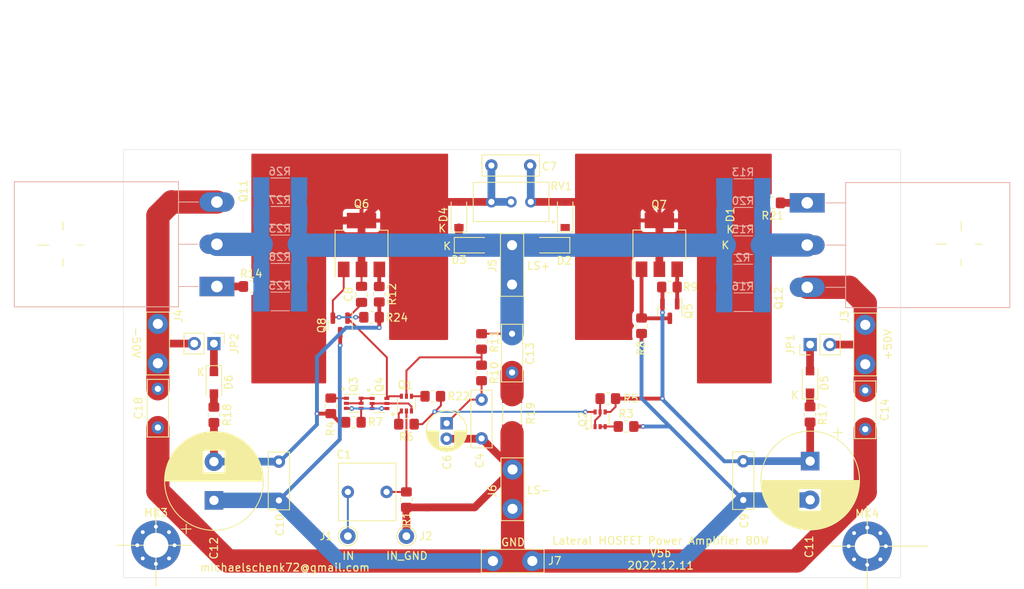
<source format=kicad_pcb>
(kicad_pcb (version 20211014) (generator pcbnew)
  (layers (0 "F.Cu" signal) (31 "B.Cu" signal) (34 "B.Paste" user) (35 "F.Paste" user) (36 "B.SilkS" user "B.Silkscreen") (37 "F.SilkS" user "F.Silkscreen") (38 "B.Mask" user) (39 "F.Mask" user) (44 "Edge.Cuts" user))
  (net 0 "")
  (net 1 "Net-(C1-Pad2)")
  (net 2 "Net-(C1-Pad1)")
  (net 3 "GND")
  (net 4 "Net-(Q1-Pad5)")
  (net 5 "Net-(C4-Pad1)")
  (net 6 "Net-(C13-Pad1)")
  (net 7 "Net-(C7-Pad1)")
  (net 8 "Net-(Q3-Pad1)")
  (net 9 "Net-(C11-Pad1)")
  (net 10 "Net-(C13-Pad2)")
  (net 11 "Net-(D1-Pad1)")
  (net 12 "Net-(D3-Pad1)")
  (net 13 "Net-(D5-Pad1)")
  (net 14 "Net-(D6-Pad2)")
  (net 15 "Net-(Q11-Pad1)")
  (net 16 "Net-(C14-Pad1)")
  (net 17 "Net-(Q1-Pad1)")
  (net 18 "Net-(C18-Pad2)")
  (net 19 "Net-(Q5-Pad3)")
  (net 20 "Net-(Q2-Pad2)")
  (net 21 "Net-(Q2-Pad1)")
  (net 22 "Net-(C8-Pad2)")
  (net 23 "Net-(Q1-Pad4)")
  (net 24 "Net-(D5-Pad2)")
  (net 25 "Net-(Q1-Pad3)")
  (net 26 "Net-(D6-Pad1)")
  (net 27 "Net-(Q5-Pad1)")
  (net 28 "Net-(Q2-Pad6)")
  (net 29 "Net-(Q12-Pad1)")
  (net 30 "Net-(Q6-Pad1)")
  (net 31 "Net-(C7-Pad2)")
  (net 32 "Net-(C10-Pad2)")
  (net 33 "Net-(Q3-Pad2)")
  (net 34 "Net-(Q3-Pad3)")
  (net 35 "Net-(Q3-Pad4)")
  (net 36 "Net-(Q6-Pad3)")
  (net 37 "Net-(Q12-Pad2)")
  (net 38 "Net-(Q11-Pad2)")
  (footprint "Capacitor_THT:C_Rect_L7.2mm_W7.2mm_P5.00mm_FKS2_FKP2_MKS2_MKP2" (layer "F.Cu") (at 143.19 88.7476 180)
    (fp_text reference "C1")
    (fp_text value "3.3uF")
  )
  (footprint "Capacitor_THT:CP_Radial_D5.0mm_P2.00mm" (layer "F.Cu") (at 150.9395 79.883 -90)
    (fp_text reference "C4")
    (fp_text value "47u/25V")
  )
  (footprint "Capacitor_THT:C_Rect_L7.2mm_W2.5mm_P5.00mm_FKS2_FKP2_MKS2_MKP2" (layer "F.Cu") (at 155.448 76.835 -90)
    (fp_text reference "C6")
    (fp_text value "100n")
  )
  (footprint "Capacitor_THT:C_Rect_L7.2mm_W2.5mm_P5.00mm_FKS2_FKP2_MKS2_MKP2" (layer "F.Cu") (at 189.23 84.789 -90)
    (fp_text reference "C9")
    (fp_text value "100n")
  )
  (footprint "Capacitor_THT:CP_Radial_D12.5mm_P5.00mm" (layer "F.Cu") (at 197.866 84.7725 -90)
    (fp_text reference "C11")
    (fp_text value "220u/100V")
  )
  (footprint "Capacitor_THT:C_Rect_L7.2mm_W2.5mm_P5.00mm_FKS2_FKP2_MKS2_MKP2" (layer "F.Cu") (at 159.385 68.326 -90)
    (fp_text reference "C13")
    (fp_text value "22n")
  )
  (footprint "Diode_SMD:D_SOD-123" (layer "F.Cu") (at 166.243 52.958 90)
    (fp_text reference "D1")
    (fp_text value "1N914")
  )
  (footprint "Diode_SMD:D_SOD-123" (layer "F.Cu") (at 164.592 56.896 180)
    (fp_text reference "D2")
    (fp_text value "12V/0.5W")
  )
  (footprint "Diode_SMD:D_SOD-123" (layer "F.Cu") (at 154.178 56.896)
    (fp_text reference "D3")
    (fp_text value "1N914")
  )
  (footprint "Diode_SMD:D_SOD-123" (layer "F.Cu") (at 152.527 52.958 90)
    (fp_text reference "D4")
    (fp_text value "12V/0.5W")
  )
  (footprint "Diode_SMD:D_SOD-123F" (layer "F.Cu") (at 197.85 74.55 90)
    (fp_text reference "D5")
    (fp_text value "SM4002PL-TP")
  )
  (footprint "Connector_Pin:Pin_D1.0mm_L10.0mm" (layer "F.Cu") (at 138.19 94.4585)
    (fp_text reference "J1")
    (fp_text value "Conn_01x01")
  )
  (footprint "Connector_Pin:Pin_D1.0mm_L10.0mm" (layer "F.Cu") (at 145.7465 94.4585)
    (fp_text reference "J2")
    (fp_text value "Conn_01x01")
  )
  (footprint "kicad-snk:TE-726386-2_Pitch5.08mm_Drill1.3mm" (layer "F.Cu") (at 204.978 72.263 90)
    (fp_text reference "J3")
    (fp_text value "+50V")
  )
  (footprint "kicad-snk:TE-726386-2_Pitch5.08mm_Drill1.3mm" (layer "F.Cu") (at 159.385 56.896 -90)
    (fp_text reference "J5")
    (fp_text value "LS+")
  )
  (footprint "kicad-snk:TE-726386-2_Pitch5.08mm_Drill1.3mm" (layer "F.Cu") (at 159.4485 85.852 -90)
    (fp_text reference "J6")
    (fp_text value "LS-")
  )
  (footprint "kicad-snk:TE-726386-2_Pitch5.08mm_Drill1.3mm" (layer "F.Cu") (at 156.9212 97.663)
    (fp_text reference "J7")
    (fp_text value "GND")
  )
  (footprint "MountingHole:MountingHole_3.2mm_M3_Pad_Via" (layer "F.Cu") (at 113.411 95.631)
    (fp_text reference "MK3")
    (fp_text value "Mounting_Hole_PAD")
  )
  (footprint "MountingHole:MountingHole_3.2mm_M3_Pad_Via" (layer "F.Cu") (at 205.232 95.758)
    (fp_text reference "MK4")
    (fp_text value "Mounting_Hole_PAD")
  )
  (footprint "Resistor_SMD:R_0805_2012Metric_Pad1.20x1.40mm_HandSolder" (layer "F.Cu") (at 145.7465 89.7435 -90)
    (fp_text reference "R1")
    (fp_text value "22k")
  )
  (footprint "Resistor_SMD:R_0805_2012Metric_Pad1.20x1.40mm_HandSolder" (layer "F.Cu") (at 174.1 80.3)
    (fp_text reference "R3")
    (fp_text value "22k/0.25W")
  )
  (footprint "Resistor_SMD:R_0805_2012Metric_Pad1.20x1.40mm_HandSolder" (layer "F.Cu") (at 171.75 76.7 180)
    (fp_text reference "R5")
    (fp_text value "150R")
  )
  (footprint "Resistor_SMD:R_0805_2012Metric_Pad1.20x1.40mm_HandSolder" (layer "F.Cu") (at 145.75 80 180)
    (fp_text reference "R6")
    (fp_text value "180R")
  )
  (footprint "Resistor_SMD:R_0805_2012Metric_Pad1.20x1.40mm_HandSolder" (layer "F.Cu") (at 155.448 73.39 -90)
    (fp_text reference "R10")
    (fp_text value "1k")
  )
  (footprint "Resistor_SMD:R_0805_2012Metric_Pad1.20x1.40mm_HandSolder" (layer "F.Cu") (at 155.448 69.326 -90)
    (fp_text reference "R11")
    (fp_text value "22k")
  )
  (footprint "Resistor_SMD:R_0805_2012Metric_Pad1.20x1.40mm_HandSolder" (layer "F.Cu") (at 125.714 62.23)
    (fp_text reference "R14")
    (fp_text value "220R")
  )
  (footprint "Resistor_SMD:R_0805_2012Metric_Pad1.20x1.40mm_HandSolder" (layer "F.Cu") (at 197.85 78.75 90)
    (fp_text reference "R17")
    (fp_text value "100R/0.25W")
  )
  (footprint "Resistor_SMD:R_MELF_MMB-0207" (layer "F.Cu") (at 159.385 78.65 -90)
    (fp_text reference "R19")
    (fp_text value "6.8R/1W")
  )
  (footprint "Resistor_SMD:R_0805_2012Metric_Pad1.20x1.40mm_HandSolder" (layer "F.Cu") (at 193.024 51.435 180)
    (fp_text reference "R21")
    (fp_text value "220R")
  )
  (footprint "Capacitor_THT:C_Rect_L7.2mm_W2.5mm_P5.00mm_FKS2_FKP2_MKS2_MKP2" (layer "F.Cu") (at 204.978 75.645 -90)
    (fp_text reference "C14")
    (fp_text value "100n")
  )
  (footprint "Resistor_SMD:R_0805_2012Metric_Pad1.20x1.40mm_HandSolder" (layer "F.Cu") (at 120.9 78.8 -90)
    (fp_text reference "R18")
    (fp_text value "100R/0.25W")
  )
  (footprint "Capacitor_THT:C_Rect_L7.2mm_W2.5mm_P5.00mm_FKS2_FKP2_MKS2_MKP2" (layer "F.Cu") (at 129.286 89.836 90)
    (fp_text reference "C10")
    (fp_text value "100n")
  )
  (footprint "Capacitor_THT:CP_Radial_D12.5mm_P5.00mm" (layer "F.Cu") (at 120.904 89.836 90)
    (fp_text reference "C12")
    (fp_text value "220u/100V")
  )
  (footprint "Resistor_SMD:R_0805_2012Metric_Pad1.20x1.40mm_HandSolder" (layer "F.Cu") (at 138.9032 79.756 180)
    (fp_text reference "R7")
    (fp_text value "220")
  )
  (footprint "Resistor_SMD:R_0805_2012Metric_Pad1.20x1.40mm_HandSolder" (layer "F.Cu") (at 135.9916 77.6384 -90)
    (fp_text reference "R4")
    (fp_text value "220")
  )
  (footprint "Package_TO_SOT_SMD:SOT-23" (layer "F.Cu") (at 179.75 65.4 -90)
    (fp_text reference "Q5")
    (fp_text value "BC856B")
  )
  (footprint "Package_TO_SOT_SMD:SOT-223-3_TabPin2" (layer "F.Cu") (at 139.954 56.871 90)
    (fp_text reference "Q6")
    (fp_text value "DZT5551")
  )
  (footprint "Package_TO_SOT_SMD:SOT-363_SC-70-6" (layer "F.Cu") (at 145.75 77.35 90)
    (fp_text reference "Q1")
    (fp_text value "BCM856BS,115")
  )
  (footprint "Package_TO_SOT_SMD:SOT-363_SC-70-6" (layer "F.Cu") (at 170.7515 79.3695 90)
    (fp_text reference "Q2")
    (fp_text value "BCM856BS,115")
  )
  (footprint "kicad-snk:TE-726386-2_Pitch5.08mm_Drill1.3mm" (layer "F.Cu") (at 113.665 72.136 90)
    (fp_text reference "J4")
    (fp_text value "-50V")
  )
  (footprint "Capacitor_THT:C_Rect_L7.2mm_W2.5mm_P5.00mm_FKS2_FKP2_MKS2_MKP2" (layer "F.Cu") (at 113.665 80.438 90)
    (fp_text reference "C18")
    (fp_text value "100n")
  )
  (footprint "Diode_SMD:D_SOD-123F" (layer "F.Cu") (at 120.9 74.65 -90)
    (fp_text reference "D6")
    (fp_text value "SM4002PL-TP")
  )
  (footprint "Capacitor_THT:C_Rect_L7.2mm_W2.5mm_P5.00mm_FKS2_FKP2_MKS2_MKP2" (layer "F.Cu") (at 156.718 46.609)
    (fp_text reference "C7")
    (fp_text value "100n")
  )
  (footprint "Potentiometer_THT:Potentiometer_Bourns_3296W_Vertical" (layer "F.Cu") (at 161.798 51.308)
    (fp_text reference "RV1")
    (fp_text value "200R")
  )
  (footprint "Resistor_SMD:R_0805_2012Metric_Pad1.20x1.40mm_HandSolder" (layer "F.Cu") (at 179.7 62.3)
    (fp_text reference "R9")
    (fp_text value "40.2R")
  )
  (footprint "Package_TO_SOT_SMD:SOT-363_SC-70-6" (layer "F.Cu") (at 138.9532 77.3072)
    (fp_text reference "Q3")
    (fp_text value "BCM846BS,115")
  )
  (footprint "Resistor_SMD:R_0805_2012Metric_Pad1.20x1.40mm_HandSolder" (layer "F.Cu") (at 149.15 76.4 180)
    (fp_text reference "R22")
    (fp_text value "180R")
  )
  (footprint "Resistor_SMD:R_0805_2012Metric_Pad1.20x1.40mm_HandSolder" (layer "F.Cu") (at 141.25 66.2)
    (fp_text reference "R24")
    (fp_text value "1k")
  )
  (footprint "Package_TO_SOT_SMD:SOT-223-3_TabPin2" (layer "F.Cu") (at 178.4 56.85 90)
    (fp_text reference "Q7")
    (fp_text value "DZT5401")
  )
  (footprint "Capacitor_SMD:C_0805_2012Metric_Pad1.18x1.45mm_HandSolder" (layer "F.Cu") (at 139.954 63.2421 -90)
    (fp_text reference "C8")
    (fp_text value "100p")
  )
  (footprint "Package_TO_SOT_SMD:SOT-363_SC-70-6" (layer "F.Cu") (at 142.2756 77.328)
    (fp_text reference "Q4")
    (fp_text value "BCM846BS,115")
  )
  (footprint "Connector_PinHeader_2.54mm:PinHeader_1x02_P2.54mm_Vertical" (layer "F.Cu") (at 197.866 69.723 90)
    (fp_text reference "JP1")
    (fp_text value "Jump")
  )
  (footprint "Package_TO_SOT_SMD:SOT-23" (layer "F.Cu") (at 137.2 67.25 -90)
    (fp_text reference "Q8")
    (fp_text value "BC846B")
  )
  (footprint "Connector_PinHeader_2.54mm:PinHeader_1x02_P2.54mm_Vertical" (layer "F.Cu") (at 120.904 69.596 -90)
    (fp_text reference "JP2")
    (fp_text value "Jump")
  )
  (footprint "Resistor_SMD:R_0805_2012Metric_Pad1.20x1.40mm_HandSolder" (layer "F.Cu") (at 176.1 67.3 -90)
    (fp_text reference "R8")
    (fp_text value "22k/0.25W")
  )
  (footprint "Resistor_SMD:R_0805_2012Metric_Pad1.20x1.40mm_HandSolder" (layer "F.Cu") (at 142.24 63.23 -90)
    (fp_text reference "R12")
    (fp_text value "56")
  )
  (footprint "Package_TO_SOT_THT:TO-247-3_Horizontal_TabUp" (layer "B.Cu") (at 121.285 62.23 90)
    (fp_text reference "Q11")
    (fp_text value "ECX10P20")
  )
  (footprint "Package_TO_SOT_THT:TO-247-3_Horizontal_TabUp" (layer "B.Cu") (at 197.485 51.435 -90)
    (fp_text reference "Q12")
    (fp_text value "ECX10N20")
  )
  (footprint "Resistor_SMD:R_MELF_MMB-0207" (layer "B.Cu") (at 189.23 60.5536 180)
    (fp_text reference "R2")
    (fp_text value "1R")
  )
  (footprint "Resistor_SMD:R_MELF_MMB-0207" (layer "B.Cu") (at 129.4616 56.7944 180)
    (fp_text reference "R23")
    (fp_text value "1R")
  )
  (footprint "Resistor_SMD:R_MELF_MMB-0207" (layer "B.Cu") (at 189.23 64.262 180)
    (fp_text reference "R16")
    (fp_text value "1R")
  )
  (footprint "Resistor_SMD:R_MELF_MMB-0207" (layer "B.Cu") (at 129.4616 53.1016 180)
    (fp_text reference "R27")
    (fp_text value "1R")
  )
  (footprint "Resistor_SMD:R_MELF_MMB-0207" (layer "B.Cu") (at 189.2416 56.896 180)
    (fp_text reference "R15")
    (fp_text value "1R")
  )
  (footprint "Resistor_SMD:R_MELF_MMB-0207" (layer "B.Cu") (at 129.45 64.1604 180)
    (fp_text reference "R25")
    (fp_text value "1R")
  )
  (footprint "Resistor_SMD:R_MELF_MMB-0207" (layer "B.Cu") (at 189.2416 49.53 180)
    (fp_text reference "R13")
    (fp_text value "1R")
  )
  (footprint "Resistor_SMD:R_MELF_MMB-0207" (layer "B.Cu") (at 129.4616 60.452 180)
    (fp_text reference "R28")
    (fp_text value "1R")
  )
  (footprint "Resistor_SMD:R_MELF_MMB-0207" (layer "B.Cu") (at 129.45 49.4284 180)
    (fp_text reference "R26")
    (fp_text value "1R")
  )
  (footprint "Resistor_SMD:R_MELF_MMB-0207" (layer "B.Cu") (at 189.2416 53.2228 180)
    (fp_text reference "R20")
    (fp_text value "1R")
  )
  (gr_line (start 98.1075 56.896) (end 104.0765 56.896) (layer "F.SilkS") (width 0.12))
  (gr_line (start 101.4095 53.9115) (end 101.4095 59.6265) (layer "F.SilkS") (width 0.12))
  (gr_line (start 213.106 95.758) (end 200.533 95.758) (layer "F.SilkS") (width 0.12))
  (gr_line (start 117.983 95.631) (end 108.331 95.631) (layer "F.SilkS") (width 0.12))
  (gr_line (start 205.232 101.219) (end 205.232 90.551) (layer "F.SilkS") (width 0.12))
  (gr_line (start 217.3605 53.7845) (end 217.3605 59.4995) (layer "F.SilkS") (width 0.12))
  (gr_line (start 214.0585 56.769) (end 220.0275 56.769) (layer "F.SilkS") (width 0.12))
  (gr_line (start 113.411 90.551) (end 113.411 100.838) (layer "F.SilkS") (width 0.12))
  (gr_line (start 113.411 100.838) (end 113.538 100.711) (layer "F.SilkS") (width 0.12))
  (gr_line (start 109.22 99.822) (end 209.55 99.822) (layer "Edge.Cuts") (width 0.05))
  (gr_line (start 109.22 44.577) (end 109.22 99.822) (layer "Edge.Cuts") (width 0.05))
  (gr_line (start 209.55 44.577) (end 209.55 99.822) (layer "Edge.Cuts") (width 0.05))
  (gr_line (start 109.22 44.577) (end 209.55 44.577) (layer "Edge.Cuts") (width 0.05))
  (gr_text "GND" (at 159.512 95.25) (layer "F.SilkS") (effects (font (size 1 1))))
  (gr_text "-50V" (at 110.871 69.469 -90) (layer "F.SilkS") (effects (font (size 1 1))))
  (gr_text "°" (at 164.7 54.3) (layer "F.SilkS") (effects (font (size 1 1))))
  (gr_text "°" (at 169.037 80.957) (layer "F.SilkS") (effects (font (size 1 1))))
  (gr_text "°" (at 144.018 79.121) (layer "F.SilkS") (effects (font (size 1 1))))
  (gr_text "IN" (at 138.25 97) (layer "F.SilkS") (effects (font (size 1 1))))
  (gr_text "LS+" (at 162.814 59.563) (layer "F.SilkS") (effects (font (size 1 1))))
  (gr_text "K" (at 119.2 73.3) (layer "F.SilkS") (effects (font (size 1 1))))
  (gr_text "+50V" (at 207.899 69.723 90) (layer "F.SilkS") (effects (font (size 1 1))))
  (gr_text "IN_GND" (at 145.81 96.9985) (layer "F.SilkS") (effects (font (size 1 1))))
  (gr_text "°" (at 137.5664 75.8952) (layer "F.SilkS") (effects (font (size 1 1))))
  (gr_text "K" (at 186.9186 56.896) (layer "F.SilkS") (effects (font (size 1 1))))
  (gr_text "michaelschenk72@gmail.com" (at 130.05 98.5) (layer "F.SilkS") (effects (font (size 1 1))))
  (gr_text "K" (at 195.9 76.25) (layer "F.SilkS") (effects (font (size 1 1))))
  (gr_text "K" (at 151.003 57.023) (layer "F.SilkS") (effects (font (size 1 1))))
  (gr_text "Lateral MOSFET Power Amplifier 80W\nV5b\n2022.12.11" (at 178.562 96.647) (layer "F.SilkS") (effects (font (size 1 1))))
  (gr_text "°" (at 140.8684 75.9968) (layer "F.SilkS") (effects (font (size 1 1))))
  (gr_text "K" (at 187.5536 54.864) (layer "F.SilkS") (effects (font (size 1 1))))
  (gr_text "K" (at 150.368 54.737) (layer "F.SilkS") (effects (font (size 1 1))))
  (gr_text "LS-" (at 162.814 88.519) (layer "F.SilkS") (effects (font (size 1 1))))
  (segment (start 138.19 94.4585) (end 138.19 88.7476) (width 0.25) (layer "B.Cu") (net 1))
  (segment (start 143.19 88.7476) (end 145.7424 88.7476) (width 0.25) (layer "F.Cu") (net 2))
  (segment (start 145.75 88.74) (end 145.75 78.3) (width 0.25) (layer "F.Cu") (net 2))
  (segment (start 145.7465 88.7435) (end 145.75 88.74) (width 0.25) (layer "F.Cu") (net 2))
  (segment (start 150.9395 81.883) (end 155.4 81.883) (width 1) (layer "F.Cu") (net 3))
  (segment (start 156.9212 97.663) (end 122.695002 97.663) (width 3) (layer "F.Cu") (net 3))
  (segment (start 148.3 90.7375) (end 154.563 90.7375) (width 1) (layer "F.Cu") (net 3))
  (segment (start 204.978 88.759998) (end 204.978 80.645) (width 3) (layer "F.Cu") (net 3))
  (segment (start 145.7465 90.7435) (end 148.652 90.7435) (width 1) (layer "F.Cu") (net 3))
  (segment (start 160.528 97.663) (end 156.9212 97.663) (width 3) (layer "F.Cu") (net 3))
  (segment (start 154.563 90.7375) (end 159.4485 85.852) (width 1) (layer "F.Cu") (net 3))
  (segment (start 159.4485 85.8355) (end 155.448 81.835) (width 1) (layer "F.Cu") (net 3))
  (segment (start 137.2 68.1875) (end 137.2 69.85) (width 0.5) (layer "F.Cu") (net 3))
  (segment (start 196.074998 97.663) (end 204.978 88.759998) (width 3) (layer "F.Cu") (net 3))
  (segment (start 159.4485 96.5835) (end 160.528 97.663) (width 3) (layer "F.Cu") (net 3))
  (segment (start 113.665 80.438) (end 113.665 88.632998) (width 3) (layer "F.Cu") (net 3))
  (segment (start 162.0012 97.663) (end 196.074998 97.663) (width 3) (layer "F.Cu") (net 3))
  (segment (start 159.385 81.1) (end 159.385 85.7885) (width 3) (layer "F.Cu") (net 3))
  (segment (start 175.1 80.3) (end 176.3 80.3) (width 0.5) (layer "F.Cu") (net 3))
  (segment (start 162.0012 97.663) (end 160.528 97.663) (width 3) (layer "F.Cu") (net 3))
  (segment (start 159.4485 90.932) (end 159.4485 96.5835) (width 3) (layer "F.Cu") (net 3))
  (segment (start 176.1 68.3) (end 176.1 69.5) (width 0.5) (layer "F.Cu") (net 3))
  (segment (start 113.665 88.632998) (end 122.695002 97.663) (width 3) (layer "F.Cu") (net 3))
  (segment (start 145.7465 94.4585) (end 145.7465 90.7435) (width 1) (layer "F.Cu") (net 3))
  (segment (start 159.4485 85.852) (end 159.4485 90.932) (width 3) (layer "F.Cu") (net 3))
  (via (at 176.3 80.3) (size 0.6) (drill 0.3) (layers "F.Cu" "B.Cu") (net 3))
  (via (at 176.1 69.5) (size 0.6) (drill 0.3) (layers "F.Cu" "B.Cu") (net 3))
  (via (at 137.2 69.85) (size 0.6) (drill 0.3) (layers "F.Cu" "B.Cu") (net 3))
  (segment (start 137.150489 69.899511) (end 137.150489 81.971511) (width 0.5) (layer "B.Cu") (net 3))
  (segment (start 162.0012 97.663) (end 181.356 97.663) (width 2) (layer "B.Cu") (net 3))
  (segment (start 181.356 97.663) (end 189.23 89.789) (width 2) (layer "B.Cu") (net 3))
  (segment (start 179.65 80.3) (end 179.6955 80.2545) (width 0.5) (layer "B.Cu") (net 3))
  (segment (start 176.1 76.659) (end 176.1 69.5) (width 0.5) (layer "B.Cu") (net 3))
  (segment (start 176.3 80.3) (end 179.65 80.3) (width 0.5) (layer "B.Cu") (net 3))
  (segment (start 129.286 89.836) (end 137.15 97.7) (width 2) (layer "B.Cu") (net 3))
  (segment (start 156.9212 97.663) (end 137.187 97.663) (width 2) (layer "B.Cu") (net 3))
  (segment (start 137.150489 81.971511) (end 129.286 89.836) (width 0.5) (layer "B.Cu") (net 3))
  (segment (start 137.2 69.85) (end 137.150489 69.899511) (width 0.5) (layer "B.Cu") (net 3))
  (segment (start 189.23 89.789) (end 197.8495 89.789) (width 2) (layer "B.Cu") (net 3))
  (segment (start 189.23 89.789) (end 179.6955 80.2545) (width 0.5) (layer "B.Cu") (net 3))
  (segment (start 137.187 97.663) (end 137.15 97.7) (width 2) (layer "B.Cu") (net 3))
  (segment (start 129.286 89.836) (end 120.904 89.836) (width 2) (layer "B.Cu") (net 3))
  (segment (start 179.6955 80.2545) (end 176.1 76.659) (width 0.5) (layer "B.Cu") (net 3))
  (segment (start 155.448 71.374) (end 147.4724 71.374) (width 0.25) (layer "F.Cu") (net 4))
  (segment (start 147.4724 71.374) (end 145.75 73.0964) (width 0.25) (layer "F.Cu") (net 4))
  (segment (start 155.448 72.39) (end 155.448 71.374) (width 0.25) (layer "F.Cu") (net 4))
  (segment (start 145.75 73.0964) (end 145.75 76.4) (width 0.25) (layer "F.Cu") (net 4))
  (segment (start 155.448 71.374) (end 155.448 70.326) (width 0.25) (layer "F.Cu") (net 4))
  (segment (start 155.448 76.835) (end 153.9875 76.835) (width 0.25) (layer "F.Cu") (net 5))
  (segment (start 153.9875 76.835) (end 150.9395 79.883) (width 0.25) (layer "F.Cu") (net 5))
  (segment (start 155.448 76.835) (end 155.448 74.39) (width 0.25) (layer "F.Cu") (net 5))
  (segment (start 162.942 56.896) (end 159.385 56.896) (width 1) (layer "F.Cu") (net 6))
  (segment (start 159.385 68.326) (end 155.448 68.326) (width 0.25) (layer "F.Cu") (net 6))
  (segment (start 155.828 56.896) (end 159.385 56.896) (width 1) (layer "F.Cu") (net 6))
  (segment (start 159.385 61.976) (end 159.385 68.326) (width 3) (layer "B.Cu") (net 6))
  (segment (start 131.9 53.09) (end 131.9116 53.1016) (width 2) (layer "B.Cu") (net 6))
  (segment (start 132.0132 56.896) (end 131.9116 56.7944) (width 3) (layer "B.Cu") (net 6))
  (segment (start 131.9116 64.1488) (end 131.9 64.1604) (width 2) (layer "B.Cu") (net 6))
  (segment (start 159.385 56.896) (end 159.385 61.976) (width 3) (layer "B.Cu") (net 6))
  (segment (start 186.78 60.5536) (end 186.78 56.9076) (width 2) (layer "B.Cu") (net 6))
  (segment (start 131.9 49.4284) (end 131.9 53.09) (width 2) (layer "B.Cu") (net 6))
  (segment (start 186.7916 53.2228) (end 186.7916 49.53) (width 2) (layer "B.Cu") (net 6))
  (segment (start 186.78 64.262) (end 186.78 60.5536) (width 2) (layer "B.Cu") (net 6))
  (segment (start 186.7916 56.896) (end 186.7916 53.2228) (width 2) (layer "B.Cu") (net 6))
  (segment (start 186.7916 56.896) (end 159.385 56.896) (width 3) (layer "B.Cu") (net 6))
  (segment (start 131.9116 53.1016) (end 131.9116 56.7944) (width 2) (layer "B.Cu") (net 6))
  (segment (start 131.9116 56.7944) (end 131.9116 60.452) (width 2) (layer "B.Cu") (net 6))
  (segment (start 159.385 56.896) (end 132.0132 56.896) (width 3) (layer "B.Cu") (net 6))
  (segment (start 186.78 56.9076) (end 186.7916 56.896) (width 2) (layer "B.Cu") (net 6))
  (segment (start 131.9116 60.452) (end 131.9116 64.1488) (width 2) (layer "B.Cu") (net 6))
  (segment (start 128.27 62.23) (end 126.714 62.23) (width 1) (layer "F.Cu") (net 7))
  (segment (start 139.954 62.2046) (end 139.954 60.021) (width 0.25) (layer "F.Cu") (net 7))
  (segment (start 139.954 60.021) (end 139.954 53.721) (width 1) (layer "F.Cu") (net 7))
  (segment (start 156.718 51.308) (end 152.527 51.308) (width 1) (layer "F.Cu") (net 7))
  (segment (start 136.779 53.721) (end 128.27 62.23) (width 1) (layer "F.Cu") (net 7))
  (segment (start 152.527 51.308) (end 142.367 51.308) (width 1) (layer "F.Cu") (net 7))
  (segment (start 142.367 51.308) (end 139.954 53.721) (width 1) (layer "F.Cu") (net 7))
  (segment (start 139.954 53.721) (end 136.779 53.721) (width 1) (layer "F.Cu") (net 7))
  (segment (start 159.258 51.308) (end 156.718 51.308) (width 1) (layer "B.Cu") (net 7))
  (segment (start 156.718 51.308) (end 156.718 46.609) (width 1) (layer "B.Cu") (net 7))
  (segment (start 138.0032 76.6572) (end 136.0104 76.6572) (width 0.25) (layer "F.Cu") (net 8))
  (segment (start 136.0104 76.6572) (end 135.9916 76.6384) (width 0.25) (layer "F.Cu") (net 8))
  (segment (start 178.8 64.4625) (end 178.8 65.588) (width 0.5) (layer "F.Cu") (net 9))
  (segment (start 172.0805 78.4195) (end 171.4015 78.4195) (width 0.25) (layer "F.Cu") (net 9))
  (segment (start 172.75 77.75) (end 172.0805 78.4195) (width 0.25) (layer "F.Cu") (net 9))
  (segment (start 197.866 84.7725) (end 197.866 79.766) (width 1) (layer "F.Cu") (net 9))
  (segment (start 172.75 76.7) (end 172.75 77.75) (width 0.25) (layer "F.Cu") (net 9))
  (segment (start 172.75 76.7) (end 178.8 76.7) (width 0.5) (layer "F.Cu") (net 9))
  (segment (start 178.8 64.4625) (end 178.8 62.4) (width 0.5) (layer "F.Cu") (net 9))
  (via (at 178.8 76.7) (size 0.6) (drill 0.3) (layers "F.Cu" "B.Cu") (net 9))
  (via (at 178.8 65.588) (size 0.6) (drill 0.3) (layers "F.Cu" "B.Cu") (net 9))
  (segment (start 178.8 65.588) (end 178.8 76.7) (width 0.5) (layer "B.Cu") (net 9))
  (segment (start 189.23 84.789) (end 186.789 84.789) (width 0.5) (layer "B.Cu") (net 9))
  (segment (start 197.866 84.7725) (end 189.2465 84.7725) (width 1) (layer "B.Cu") (net 9))
  (segment (start 186.789 84.789) (end 178.75 76.75) (width 0.5) (layer "B.Cu") (net 9))
  (segment (start 178.8 76.7) (end 178.75 76.75) (width 0.5) (layer "B.Cu") (net 9))
  (segment (start 159.385 73.326) (end 159.385 76.2) (width 3) (layer "F.Cu") (net 10))
  (segment (start 152.528 56.896) (end 152.528 54.609) (width 1) (layer "F.Cu") (net 12))
  (segment (start 152.528 54.609) (end 152.527 54.608) (width 1) (layer "F.Cu") (net 12))
  (segment (start 197.85 77.75) (end 197.85 75.95) (width 1) (layer "F.Cu") (net 13))
  (segment (start 120.9 77.8) (end 120.9 76.05) (width 1) (layer "F.Cu") (net 14))
  (segment (start 121.285 62.23) (end 124.714 62.23) (width 1) (layer "F.Cu") (net 15))
  (segment (start 202.924 62.335) (end 197.485 62.335) (width 3) (layer "F.Cu") (net 16))
  (segment (start 200.406 69.723) (end 204.597 69.723) (width 1) (layer "F.Cu") (net 16))
  (segment (start 204.597 69.723) (end 204.978 70.104) (width 1) (layer "F.Cu") (net 16))
  (segment (start 204.978 67.183) (end 204.978 70.104) (width 3) (layer "F.Cu") (net 16))
  (segment (start 204.978 72.263) (end 204.978 75.645) (width 3) (layer "F.Cu") (net 16))
  (segment (start 204.978 70.104) (end 204.978 72.263) (width 3) (layer "F.Cu") (net 16))
  (segment (start 204.978 64.389) (end 202.924 62.335) (width 3) (layer "F.Cu") (net 16))
  (segment (start 204.978 67.183) (end 204.978 64.389) (width 3) (layer "F.Cu") (net 16))
  (segment (start 144.75 80) (end 144.75 78.65) (width 0.25) (layer "F.Cu") (net 17))
  (segment (start 144.75 78.65) (end 145.1 78.3) (width 0.25) (layer "F.Cu") (net 17))
  (segment (start 114.554 69.596) (end 113.665 70.485) (width 1) (layer "F.Cu") (net 18))
  (segment (start 113.665 53.086) (end 115.443 51.308) (width 3) (layer "F.Cu") (net 18))
  (segment (start 113.665 75.438) (end 113.665 72.136) (width 3) (layer "F.Cu") (net 18))
  (segment (start 113.665 72.136) (end 113.665 70.485) (width 3) (layer "F.Cu") (net 18))
  (segment (start 113.665 70.485) (end 113.665 67.056) (width 3) (layer "F.Cu") (net 18))
  (segment (start 113.665 67.056) (end 113.665 53.086) (width 3) (layer "F.Cu") (net 18))
  (segment (start 115.465 51.33) (end 121.285 51.33) (width 3) (layer "F.Cu") (net 18))
  (segment (start 115.443 51.308) (end 115.465 51.33) (width 3) (layer "F.Cu") (net 18))
  (segment (start 118.364 69.596) (end 114.554 69.596) (width 1) (layer "F.Cu") (net 18))
  (segment (start 179.75 66.3375) (end 176.1375 66.3375) (width 0.5) (layer "F.Cu") (net 19))
  (segment (start 176.1 66.3) (end 176.1 60) (width 0.5) (layer "F.Cu") (net 19))
  (segment (start 173.1 80.3) (end 171.421 80.3) (width 0.25) (layer "F.Cu") (net 20))
  (segment (start 170.7515 80.3195) (end 171.4015 80.3195) (width 0.25) (layer "F.Cu") (net 20))
  (segment (start 170.7515 78.879502) (end 170.7515 78.4195) (width 0.25) (layer "F.Cu") (net 21))
  (segment (start 170.7515 78.4195) (end 170.7515 76.7015) (width 0.25) (layer "F.Cu") (net 21))
  (segment (start 170.1015 80.3195) (end 170.1015 79.529502) (width 0.25) (layer "F.Cu") (net 21))
  (segment (start 170.1015 79.529502) (end 170.7515 78.879502) (width 0.25) (layer "F.Cu") (net 21))
  (segment (start 143.5036 76.4) (end 143.2256 76.678) (width 0.25) (layer "F.Cu") (net 22))
  (segment (start 138.15 66.3125) (end 143.2256 71.3881) (width 0.25) (layer "F.Cu") (net 22))
  (segment (start 143.2256 71.3881) (end 143.2256 76.678) (width 0.25) (layer "F.Cu") (net 22))
  (segment (start 139.954 64.5085) (end 138.15 66.3125) (width 0.25) (layer "F.Cu") (net 22))
  (segment (start 145.1 76.4) (end 143.5036 76.4) (width 0.25) (layer "F.Cu") (net 22))
  (segment (start 148.15 76.4) (end 146.4 76.4) (width 0.25) (layer "F.Cu") (net 23))
  (segment (start 197.85 73.15) (end 197.85 69.739) (width 1) (layer "F.Cu") (net 24))
  (segment (start 141.3256 77.978) (end 141.3256 77.328) (width 0.25) (layer "F.Cu") (net 25))
  (segment (start 146.003 77.328) (end 143.2256 77.328) (width 0.25) (layer "F.Cu") (net 25))
  (segment (start 146.4 77.725) (end 146.003 77.328) (width 0.25) (layer "F.Cu") (net 25))
  (segment (start 143.2256 77.328) (end 141.3256 77.328) (width 0.25) (layer "F.Cu") (net 25))
  (segment (start 146.4 78.3) (end 146.4 77.725) (width 0.25) (layer "F.Cu") (net 25))
  (segment (start 120.9 73.25) (end 120.9 69.6) (width 1) (layer "F.Cu") (net 26))
  (segment (start 180.7 64.4625) (end 180.7 62.3) (width 0.5) (layer "F.Cu") (net 27))
  (segment (start 180.7 62.3) (end 180.7 60) (width 0.5) (layer "F.Cu") (net 27))
  (segment (start 170.1015 78.4195) (end 168.849 78.4195) (width 0.25) (layer "F.Cu") (net 28))
  (segment (start 168.849 78.4195) (end 168.8465 78.417) (width 0.25) (layer "F.Cu") (net 28))
  (segment (start 146.75 80) (end 147.8 80) (width 0.25) (layer "F.Cu") (net 28))
  (segment (start 150.2 77.6) (end 150.2 76.45) (width 0.25) (layer "F.Cu") (net 28))
  (segment (start 149.4 78.4) (end 150.2 77.6) (width 0.25) (layer "F.Cu") (net 28))
  (segment (start 147.8 80) (end 149.4 78.4) (width 0.25) (layer "F.Cu") (net 28))
  (via (at 168.8465 78.417) (size 0.6) (drill 0.3) (layers "F.Cu" "B.Cu") (net 28))
  (via (at 149.4 78.4) (size 0.6) (drill 0.3) (layers "F.Cu" "B.Cu") (net 28))
  (segment (start 168.8295 78.4) (end 168.8465 78.417) (width 0.25) (layer "B.Cu") (net 28))
  (segment (start 149.4 78.4) (end 168.8295 78.4) (width 0.25) (layer "B.Cu") (net 28))
  (segment (start 197.485 51.435) (end 194.024 51.435) (width 1) (layer "F.Cu") (net 29))
  (segment (start 137.654 62.625) (end 136.25 64.029) (width 0.25) (layer "F.Cu") (net 30))
  (segment (start 137.654 60.021) (end 137.654 62.625) (width 0.25) (layer "F.Cu") (net 30))
  (segment (start 136.25 64.029) (end 136.25 66.3125) (width 0.25) (layer "F.Cu") (net 30))
  (segment (start 137.05 66.2) (end 136.3625 66.2) (width 0.25) (layer "F.Cu") (net 30))
  (segment (start 140.25 66.2) (end 139.2 66.2) (width 0.25) (layer "F.Cu") (net 30))
  (via (at 137.05 66.2) (size 0.6) (drill 0.3) (layers "F.Cu" "B.Cu") (net 30))
  (via (at 139.2 66.2) (size 0.6) (drill 0.3) (layers "F.Cu" "B.Cu") (net 30))
  (segment (start 139.2 66.2) (end 137.05 66.2) (width 0.25) (layer "B.Cu") (net 30))
  (segment (start 166.243 51.308) (end 161.798 51.308) (width 1) (layer "F.Cu") (net 31))
  (segment (start 185.6486 56.895) (end 185.6476 56.896) (width 1) (layer "F.Cu") (net 31))
  (segment (start 178.4 53.7) (end 180.7 51.4) (width 1) (layer "F.Cu") (net 31))
  (segment (start 185.6486 54.608) (end 185.6486 56.895) (width 1) (layer "F.Cu") (net 31))
  (segment (start 176.008 51.308) (end 178.4 53.7) (width 1) (layer "F.Cu") (net 31))
  (segment (start 166.243 51.308) (end 176.008 51.308) (width 1) (layer "F.Cu") (net 31))
  (segment (start 180.7 51.4) (end 191.989 51.4) (width 1) (layer "F.Cu") (net 31))
  (segment (start 178.4 60) (end 178.4 53.7) (width 1) (layer "F.Cu") (net 31))
  (segment (start 161.798 51.308) (end 161.798 46.689) (width 1) (layer "B.Cu") (net 31))
  (segment (start 142.25 64.24) (end 142.24 64.23) (width 0.5) (layer "F.Cu") (net 32))
  (segment (start 137.1092 79.756) (end 135.9916 78.6384) (width 0.5) (layer "F.Cu") (net 32))
  (segment (start 137.9032 79.756) (end 137.1092 79.756) (width 0.5) (layer "F.Cu") (net 32))
  (segment (start 135.9916 78.6384) (end 134.2136 78.6384) (width 0.5) (layer "F.Cu") (net 32))
  (segment (start 120.904 84.836) (end 120.904 79.804) (width 1) (layer "F.Cu") (net 32))
  (segment (start 142.25 66.2) (end 142.25 67.55) (width 0.5) (layer "F.Cu") (net 32))
  (segment (start 142.25 66.2) (end 142.25 64.24) (width 0.5) (layer "F.Cu") (net 32))
  (segment (start 134.2136 78.6384) (end 134.2 78.652) (width 0.5) (layer "F.Cu") (net 32))
  (via (at 134.2 78.652) (size 0.6) (drill 0.3) (layers "F.Cu" "B.Cu") (net 32))
  (via (at 142.25 67.55) (size 0.6) (drill 0.3) (layers "F.Cu" "B.Cu") (net 32))
  (segment (start 142.25 67.55) (end 137.95 67.55) (width 0.5) (layer "B.Cu") (net 32))
  (segment (start 137.95 67.55) (end 134.2 71.3) (width 0.5) (layer "B.Cu") (net 32))
  (segment (start 129.286 84.836) (end 120.904 84.836) (width 1) (layer "B.Cu") (net 32))
  (segment (start 134.2 80.05) (end 129.414 84.836) (width 0.5) (layer "B.Cu") (net 32))
  (segment (start 134.2 78.652) (end 134.2 80.05) (width 0.5) (layer "B.Cu") (net 32))
  (segment (start 134.2 71.3) (end 134.2 74.4) (width 0.5) (layer "B.Cu") (net 32))
  (segment (start 134.2 74.4) (end 134.2 78.652) (width 0.5) (layer "B.Cu") (net 32))
  (segment (start 141.3048 76.6572) (end 141.3256 76.678) (width 0.25) (layer "F.Cu") (net 33))
  (segment (start 139.9032 77.3072) (end 139.9032 76.6572) (width 0.25) (layer "F.Cu") (net 33))
  (segment (start 139.9032 76.6572) (end 141.3048 76.6572) (width 0.25) (layer "F.Cu") (net 33))
  (segment (start 139.9032 77.3072) (end 138.0032 77.3072) (width 0.25) (layer "F.Cu") (net 33))
  (segment (start 138.684 77.978) (end 138.024 77.978) (width 0.25) (layer "F.Cu") (net 34))
  (segment (start 138.024 77.978) (end 138.0032 77.9572) (width 0.25) (layer "F.Cu") (net 34))
  (segment (start 143.2256 77.978) (end 142.5448 77.978) (width 0.25) (layer "F.Cu") (net 34))
  (via (at 138.684 77.978) (size 0.6) (drill 0.3) (layers "F.Cu" "B.Cu") (net 34))
  (via (at 142.5448 77.978) (size 0.6) (drill 0.3) (layers "F.Cu" "B.Cu") (net 34))
  (segment (start 142.5448 77.978) (end 138.684 77.978) (width 0.25) (layer "B.Cu") (net 34))
  (segment (start 139.9032 79.756) (end 139.9032 77.9572) (width 0.25) (layer "F.Cu") (net 35))
  (segment (start 142.24 60.035) (end 142.254 60.021) (width 0.5) (layer "F.Cu") (net 36))
  (segment (start 142.24 62.23) (end 142.24 60.035) (width 0.5) (layer "F.Cu") (net 36))
  (segment (start 191.7026 56.885) (end 191.6916 56.896) (width 3) (layer "B.Cu") (net 37))
  (segment (start 191.6916 56.896) (end 191.6916 60.542) (width 2) (layer "B.Cu") (net 37))
  (segment (start 191.6916 53.2228) (end 191.6916 56.896) (width 2) (layer "B.Cu") (net 37))
  (segment (start 197.474 56.896) (end 197.485 56.885) (width 2) (layer "B.Cu") (net 37))
  (segment (start 197.485 56.885) (end 191.7026 56.885) (width 3) (layer "B.Cu") (net 37))
  (segment (start 191.68 60.5536) (end 191.68 64.262) (width 2) (layer "B.Cu") (net 37))
  (segment (start 191.6916 60.542) (end 191.68 60.5536) (width 2) (layer "B.Cu") (net 37))
  (segment (start 191.6916 49.53) (end 191.6916 53.2228) (width 2) (layer "B.Cu") (net 37))
  (segment (start 127.0116 56.7944) (end 127.0116 53.1016) (width 2) (layer "B.Cu") (net 38))
  (segment (start 127.0116 60.452) (end 127.0116 56.7944) (width 2) (layer "B.Cu") (net 38))
  (segment (start 127.0116 49.44) (end 127 49.4284) (width 2) (layer "B.Cu") (net 38))
  (segment (start 121.2994 56.7944) (end 121.285 56.78) (width 3) (layer "B.Cu") (net 38))
  (segment (start 127.0116 56.7944) (end 121.2994 56.7944) (width 3) (layer "B.Cu") (net 38))
  (segment (start 127 64.1604) (end 127 60.4636) (width 2) (layer "B.Cu") (net 38))
  (segment (start 127 60.4636) (end 127.0116 60.452) (width 2) (layer "B.Cu") (net 38))
  (segment (start 127.0116 53.1016) (end 127.0116 49.44) (width 2) (layer "B.Cu") (net 38))
  (zone (net 7) (net_name "Net-(C7-Pad1)") (layer "F.Cu") (connect_pads (clearance 0.508)) (min_thickness 0.254) (fill yes (thermal_gap 0.508) (thermal_bridge_width 0.508))
    (polygon (pts (xy 151.13 69.135) (xy 143.51 69.135) (xy 143.51 58.42) (xy 135.39 58.42) (xy 135.39 74.739) (xy 125.73 74.739) (xy 125.73 44.577) (xy 151.13 44.577)))
  )
  (zone (net 31) (net_name "Net-(C7-Pad2)") (layer "F.Cu") (connect_pads (clearance 0.508)) (min_thickness 0.254) (fill yes (thermal_gap 0.508) (thermal_bridge_width 0.508))
    (polygon (pts (xy 167.513 69.135) (xy 175.133 69.135) (xy 175.133 58.42) (xy 183.253 58.42) (xy 183.253 74.739) (xy 192.913 74.739) (xy 192.913 44.577) (xy 167.513 44.577)))
  )
)
</source>
